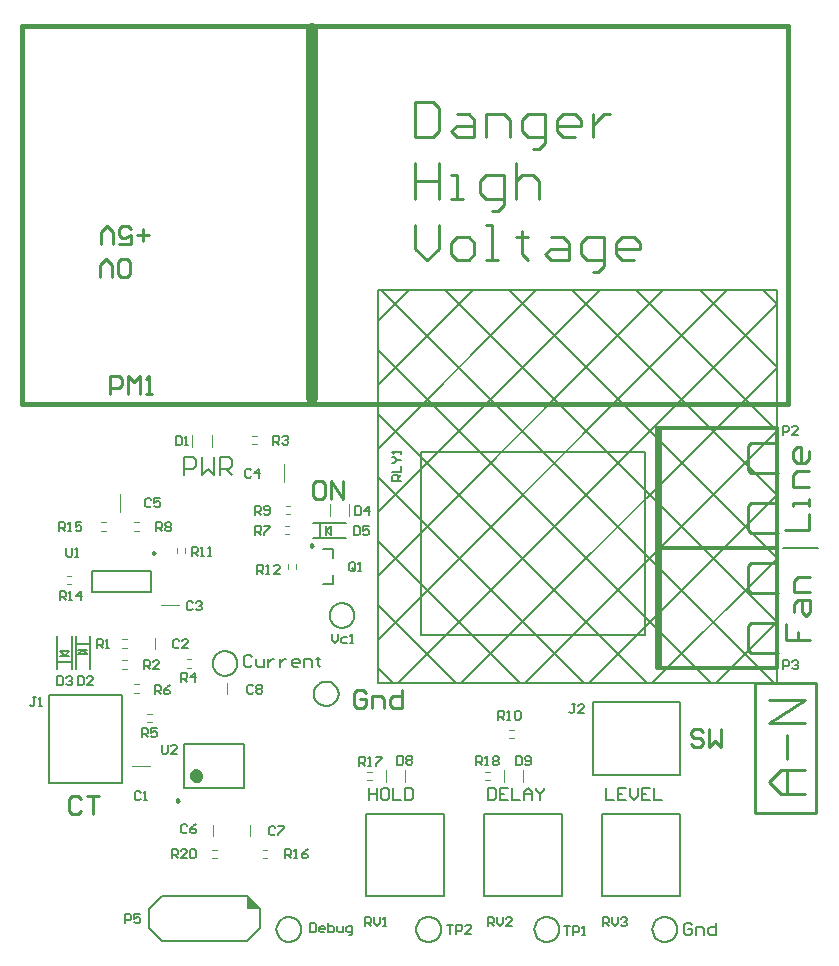
<source format=gto>
G04*
G04 #@! TF.GenerationSoftware,Altium Limited,Altium Designer,21.6.1 (37)*
G04*
G04 Layer_Color=65535*
%FSLAX25Y25*%
%MOIN*%
G70*
G04*
G04 #@! TF.SameCoordinates,2088F3C0-FEE1-402F-84BC-96CE3F90A9C5*
G04*
G04*
G04 #@! TF.FilePolarity,Positive*
G04*
G01*
G75*
%ADD10C,0.00984*%
%ADD11C,0.02362*%
%ADD12C,0.00800*%
%ADD13C,0.01000*%
%ADD14C,0.01500*%
%ADD15C,0.04000*%
%ADD16C,0.00787*%
%ADD17C,0.00394*%
%ADD18C,0.00500*%
%ADD19C,0.01200*%
%ADD20C,0.00600*%
G36*
X-48291Y-142700D02*
X-52492D01*
Y-138500D01*
X-48291Y-142700D01*
D02*
G37*
D10*
X-75146Y-106642D02*
X-75884Y-106216D01*
Y-107068D01*
X-75146Y-106642D01*
X-83170Y-24154D02*
X-83908Y-23728D01*
Y-24580D01*
X-83170Y-24154D01*
X-30520Y-21690D02*
X-31258Y-21264D01*
Y-22116D01*
X-30520Y-21690D01*
D11*
X-68551Y-98374D02*
X-68996Y-97451D01*
X-69995Y-97223D01*
X-70796Y-97861D01*
Y-98887D01*
X-69995Y-99525D01*
X-68996Y-99297D01*
X-68551Y-98374D01*
D12*
X12008Y-149606D02*
X11888Y-148617D01*
X11534Y-147685D01*
X10968Y-146865D01*
X10222Y-146204D01*
X9340Y-145741D01*
X8372Y-145503D01*
X7376D01*
X6408Y-145741D01*
X5526Y-146204D01*
X4780Y-146865D01*
X4214Y-147685D01*
X3860Y-148617D01*
X3740Y-149606D01*
X3860Y-150596D01*
X4214Y-151527D01*
X4780Y-152348D01*
X5526Y-153008D01*
X6408Y-153472D01*
X7376Y-153710D01*
X8372D01*
X9340Y-153472D01*
X10222Y-153008D01*
X10968Y-152348D01*
X11534Y-151527D01*
X11888Y-150596D01*
X12008Y-149606D01*
X51378D02*
X51258Y-148617D01*
X50904Y-147685D01*
X50338Y-146865D01*
X49592Y-146204D01*
X48710Y-145741D01*
X47742Y-145503D01*
X46746D01*
X45778Y-145741D01*
X44896Y-146204D01*
X44150Y-146865D01*
X43584Y-147685D01*
X43230Y-148617D01*
X43110Y-149606D01*
X43230Y-150596D01*
X43584Y-151527D01*
X44150Y-152348D01*
X44896Y-153008D01*
X45778Y-153472D01*
X46746Y-153710D01*
X47742D01*
X48710Y-153472D01*
X49592Y-153008D01*
X50338Y-152348D01*
X50904Y-151527D01*
X51258Y-150596D01*
X51378Y-149606D01*
X-55866Y-61000D02*
X-55986Y-60011D01*
X-56340Y-59079D01*
X-56906Y-58259D01*
X-57652Y-57598D01*
X-58534Y-57135D01*
X-59502Y-56896D01*
X-60498D01*
X-61466Y-57135D01*
X-62348Y-57598D01*
X-63094Y-58259D01*
X-63660Y-59079D01*
X-64014Y-60011D01*
X-64134Y-61000D01*
X-64014Y-61989D01*
X-63660Y-62921D01*
X-63094Y-63741D01*
X-62348Y-64402D01*
X-61466Y-64865D01*
X-60498Y-65104D01*
X-59502D01*
X-58534Y-64865D01*
X-57652Y-64402D01*
X-56906Y-63741D01*
X-56340Y-62921D01*
X-55986Y-61989D01*
X-55866Y-61000D01*
X-16866Y-45000D02*
X-16986Y-44011D01*
X-17340Y-43079D01*
X-17906Y-42259D01*
X-18652Y-41598D01*
X-19534Y-41135D01*
X-20502Y-40896D01*
X-21498D01*
X-22466Y-41135D01*
X-23348Y-41598D01*
X-24094Y-42259D01*
X-24660Y-43079D01*
X-25014Y-44011D01*
X-25134Y-45000D01*
X-25014Y-45989D01*
X-24660Y-46921D01*
X-24094Y-47741D01*
X-23348Y-48402D01*
X-22466Y-48865D01*
X-21498Y-49104D01*
X-20502D01*
X-19534Y-48865D01*
X-18652Y-48402D01*
X-17906Y-47741D01*
X-17340Y-46921D01*
X-16986Y-45989D01*
X-16866Y-45000D01*
X-34557Y-149606D02*
X-34677Y-148617D01*
X-35031Y-147685D01*
X-35597Y-146865D01*
X-36343Y-146204D01*
X-37225Y-145741D01*
X-38193Y-145503D01*
X-39189D01*
X-40157Y-145741D01*
X-41039Y-146204D01*
X-41785Y-146865D01*
X-42351Y-147685D01*
X-42705Y-148617D01*
X-42825Y-149606D01*
X-42705Y-150596D01*
X-42351Y-151527D01*
X-41785Y-152348D01*
X-41039Y-153008D01*
X-40157Y-153472D01*
X-39189Y-153710D01*
X-38193D01*
X-37225Y-153472D01*
X-36343Y-153008D01*
X-35597Y-152348D01*
X-35031Y-151527D01*
X-34677Y-150596D01*
X-34557Y-149606D01*
X-22130Y-71075D02*
X-22251Y-70086D01*
X-22604Y-69154D01*
X-23170Y-68334D01*
X-23916Y-67673D01*
X-24798Y-67210D01*
X-25766Y-66971D01*
X-26763D01*
X-27730Y-67210D01*
X-28613Y-67673D01*
X-29359Y-68334D01*
X-29925Y-69154D01*
X-30278Y-70086D01*
X-30398Y-71075D01*
X-30278Y-72064D01*
X-29925Y-72996D01*
X-29359Y-73816D01*
X-28613Y-74477D01*
X-27730Y-74940D01*
X-26763Y-75179D01*
X-25766D01*
X-24798Y-74940D01*
X-23916Y-74477D01*
X-23170Y-73816D01*
X-22604Y-72996D01*
X-22251Y-72064D01*
X-22130Y-71075D01*
X90748Y-149606D02*
X90628Y-148617D01*
X90275Y-147685D01*
X89708Y-146865D01*
X88963Y-146204D01*
X88080Y-145741D01*
X87112Y-145503D01*
X86116D01*
X85148Y-145741D01*
X84266Y-146204D01*
X83520Y-146865D01*
X82954Y-147685D01*
X82600Y-148617D01*
X82480Y-149606D01*
X82600Y-150596D01*
X82954Y-151527D01*
X83520Y-152348D01*
X84266Y-153008D01*
X85148Y-153472D01*
X86116Y-153710D01*
X87112D01*
X88080Y-153472D01*
X88963Y-153008D01*
X89708Y-152348D01*
X90275Y-151527D01*
X90628Y-150596D01*
X90748Y-149606D01*
X55834Y63500D02*
X124000Y-4666D01*
X34620Y63500D02*
X124000Y-25879D01*
X13407Y63500D02*
X124000Y-47093D01*
X-9052Y-67480D02*
X124000D01*
X119473Y63500D02*
X124000Y58973D01*
X-7806Y63500D02*
X123174Y-67480D01*
X98260Y63500D02*
X124000Y37760D01*
X77047Y63500D02*
X124000Y16547D01*
Y-67480D02*
Y63500D01*
X61271Y-67480D02*
X124000Y-4751D01*
X103697Y-67480D02*
X124000Y-47177D01*
X82484Y-67480D02*
X124000Y-25964D01*
X-2369Y-67480D02*
X124000Y58889D01*
X-7806Y63500D02*
X123174Y-67480D01*
X40058D02*
X124000Y16462D01*
X18844Y-67480D02*
X124000Y37675D01*
X-9052Y-52950D02*
X107398Y63500D01*
X-9052Y-31737D02*
X86185Y63500D01*
X-9052D02*
X124000D01*
X-9052Y-52950D02*
X107398Y63500D01*
X-9052Y31903D02*
X22545Y63500D01*
X-9052Y53116D02*
X1332Y63500D01*
X-9052Y-10524D02*
X64972Y63500D01*
X-9052Y10690D02*
X43759Y63500D01*
X-9052Y22320D02*
X80748Y-67480D01*
X-9052Y43533D02*
X101961Y-67480D01*
X-9052Y-20107D02*
X38322Y-67480D01*
X-9052Y1106D02*
X59535Y-67480D01*
X-9052Y-41320D02*
X17108Y-67480D01*
X-9052D02*
Y63500D01*
Y-62533D02*
X-4105Y-67480D01*
X125984Y-22480D02*
X137705D01*
X-73495Y1820D02*
Y7818D01*
X-70496D01*
X-69497Y6818D01*
Y4819D01*
X-70496Y3819D01*
X-73495D01*
X-67497Y7818D02*
Y1820D01*
X-65498Y3819D01*
X-63499Y1820D01*
Y7818D01*
X-61499Y1820D02*
Y7818D01*
X-58500D01*
X-57500Y6818D01*
Y4819D01*
X-58500Y3819D01*
X-61499D01*
X-59500D02*
X-57500Y1820D01*
X66929Y-102301D02*
Y-106299D01*
X69595D01*
X73594Y-102301D02*
X70928D01*
Y-106299D01*
X73594D01*
X70928Y-104300D02*
X72261D01*
X74927Y-102301D02*
Y-104966D01*
X76259Y-106299D01*
X77592Y-104966D01*
Y-102301D01*
X81591D02*
X78925D01*
Y-106299D01*
X81591D01*
X78925Y-104300D02*
X80258D01*
X82924Y-102301D02*
Y-106299D01*
X85590D01*
X27559Y-102301D02*
Y-106299D01*
X29558D01*
X30225Y-105633D01*
Y-102967D01*
X29558Y-102301D01*
X27559D01*
X34224D02*
X31558D01*
Y-106299D01*
X34224D01*
X31558Y-104300D02*
X32891D01*
X35557Y-102301D02*
Y-106299D01*
X38222D01*
X39555D02*
Y-103633D01*
X40888Y-102301D01*
X42221Y-103633D01*
Y-106299D01*
Y-104300D01*
X39555D01*
X43554Y-102301D02*
Y-102967D01*
X44887Y-104300D01*
X46220Y-102967D01*
Y-102301D01*
X44887Y-104300D02*
Y-106299D01*
X-11811Y-102301D02*
Y-106299D01*
Y-104300D01*
X-9145D01*
Y-102301D01*
Y-106299D01*
X-5813Y-102301D02*
X-7146D01*
X-7812Y-102967D01*
Y-105633D01*
X-7146Y-106299D01*
X-5813D01*
X-5147Y-105633D01*
Y-102967D01*
X-5813Y-102301D01*
X-3814D02*
Y-106299D01*
X-1148D01*
X185Y-102301D02*
Y-106299D01*
X2184D01*
X2851Y-105633D01*
Y-102967D01*
X2184Y-102301D01*
X185D01*
X-51107Y-58880D02*
X-51773Y-58214D01*
X-53106D01*
X-53772Y-58880D01*
Y-61546D01*
X-53106Y-62213D01*
X-51773D01*
X-51107Y-61546D01*
X-49774Y-59547D02*
Y-61546D01*
X-49107Y-62213D01*
X-47108D01*
Y-59547D01*
X-45775D02*
Y-62213D01*
Y-60880D01*
X-45108Y-60213D01*
X-44442Y-59547D01*
X-43775D01*
X-41776D02*
Y-62213D01*
Y-60880D01*
X-41110Y-60213D01*
X-40443Y-59547D01*
X-39777D01*
X-35778Y-62213D02*
X-37111D01*
X-37778Y-61546D01*
Y-60213D01*
X-37111Y-59547D01*
X-35778D01*
X-35112Y-60213D01*
Y-60880D01*
X-37778D01*
X-33779Y-62213D02*
Y-59547D01*
X-31779D01*
X-31113Y-60213D01*
Y-62213D01*
X-29114Y-58880D02*
Y-59547D01*
X-29780D01*
X-28447D01*
X-29114D01*
Y-61546D01*
X-28447Y-62213D01*
X95759Y-148273D02*
X95093Y-147607D01*
X93760D01*
X93094Y-148273D01*
Y-150939D01*
X93760Y-151606D01*
X95093D01*
X95759Y-150939D01*
Y-149606D01*
X94427D01*
X97092Y-151606D02*
Y-148940D01*
X99092D01*
X99758Y-149606D01*
Y-151606D01*
X103757Y-147607D02*
Y-151606D01*
X101758D01*
X101091Y-150939D01*
Y-149606D01*
X101758Y-148940D01*
X103757D01*
D13*
X116531Y-110946D02*
X137031D01*
X116531Y-67480D02*
X137031D01*
Y-110946D02*
Y-67480D01*
X116531Y-110946D02*
Y-67480D01*
X115205Y-27480D02*
X124102D01*
X114205Y-28480D02*
X115205Y-27480D01*
X114205Y-36480D02*
Y-28480D01*
Y-36480D02*
X115205Y-37480D01*
X124205D01*
X115205Y-57480D02*
X124205D01*
X114205Y-56480D02*
X115205Y-57480D01*
X114205Y-56480D02*
Y-48480D01*
X115205Y-47480D01*
X124102D01*
X115205Y12520D02*
X124102D01*
X114205Y11520D02*
X115205Y12520D01*
X114205Y3520D02*
Y11520D01*
Y3520D02*
X115205Y2520D01*
X124205D01*
X115205Y-17480D02*
X124205D01*
X114205Y-16480D02*
X115205Y-17480D01*
X114205Y-16480D02*
Y-8480D01*
X115205Y-7480D01*
X124102D01*
X133205Y-104480D02*
X125333D01*
X121397Y-100545D01*
X125333Y-96609D01*
X133205D01*
X127301D01*
Y-104480D01*
Y-92673D02*
Y-84802D01*
X133205Y-80866D02*
X121397D01*
X133205Y-72994D01*
X121397D01*
X3500Y126252D02*
Y114444D01*
X9404D01*
X11372Y116412D01*
Y124284D01*
X9404Y126252D01*
X3500D01*
X17275Y122316D02*
X21211D01*
X23179Y120348D01*
Y114444D01*
X17275D01*
X15307Y116412D01*
X17275Y118380D01*
X23179D01*
X27114Y114444D02*
Y122316D01*
X33018D01*
X34986Y120348D01*
Y114444D01*
X42857Y110509D02*
X44825D01*
X46793Y112477D01*
Y122316D01*
X40889D01*
X38922Y120348D01*
Y116412D01*
X40889Y114444D01*
X46793D01*
X56632D02*
X52697D01*
X50729Y116412D01*
Y120348D01*
X52697Y122316D01*
X56632D01*
X58600Y120348D01*
Y118380D01*
X50729D01*
X62536Y122316D02*
Y114444D01*
Y118380D01*
X64504Y120348D01*
X66472Y122316D01*
X68440D01*
X3500Y105747D02*
Y93940D01*
Y99844D01*
X11372D01*
Y105747D01*
Y93940D01*
X15307D02*
X19243D01*
X17275D01*
Y101812D01*
X15307D01*
X29082Y90004D02*
X31050D01*
X33018Y91972D01*
Y101812D01*
X27114D01*
X25146Y99844D01*
Y95908D01*
X27114Y93940D01*
X33018D01*
X36954Y105747D02*
Y93940D01*
Y99844D01*
X38922Y101812D01*
X42857D01*
X44825Y99844D01*
Y93940D01*
X3500Y85243D02*
Y77372D01*
X7436Y73436D01*
X11372Y77372D01*
Y85243D01*
X17275Y73436D02*
X21211D01*
X23179Y75404D01*
Y79339D01*
X21211Y81307D01*
X17275D01*
X15307Y79339D01*
Y75404D01*
X17275Y73436D01*
X27114D02*
X31050D01*
X29082D01*
Y85243D01*
X27114D01*
X38922Y83275D02*
Y81307D01*
X36954D01*
X40889D01*
X38922D01*
Y75404D01*
X40889Y73436D01*
X48761Y81307D02*
X52697D01*
X54664Y79339D01*
Y73436D01*
X48761D01*
X46793Y75404D01*
X48761Y77372D01*
X54664D01*
X62536Y69500D02*
X64504D01*
X66472Y71468D01*
Y81307D01*
X60568D01*
X58600Y79339D01*
Y75404D01*
X60568Y73436D01*
X66472D01*
X76311D02*
X72375D01*
X70407Y75404D01*
Y79339D01*
X72375Y81307D01*
X76311D01*
X78279Y79339D01*
Y77372D01*
X70407D01*
X127129Y-47752D02*
Y-53000D01*
X131064D01*
Y-50376D01*
Y-53000D01*
X135000D01*
X129752Y-43817D02*
Y-41193D01*
X131064Y-39881D01*
X135000D01*
Y-43817D01*
X133688Y-45129D01*
X132376Y-43817D01*
Y-39881D01*
X135000Y-37257D02*
X129752D01*
Y-33321D01*
X131064Y-32009D01*
X135000D01*
X126833Y-16480D02*
X134705D01*
Y-11233D01*
Y-8609D02*
Y-5985D01*
Y-7297D01*
X129457D01*
Y-8609D01*
X134705Y-2049D02*
X129457D01*
Y1887D01*
X130769Y3198D01*
X134705D01*
Y9758D02*
Y7134D01*
X133393Y5822D01*
X130769D01*
X129457Y7134D01*
Y9758D01*
X130769Y11070D01*
X132081D01*
Y5822D01*
X-85252Y81828D02*
X-89251D01*
X-87251Y79828D02*
Y83827D01*
X-95249Y78829D02*
X-91250D01*
Y81828D01*
X-93249Y80828D01*
X-94249D01*
X-95249Y81828D01*
Y83827D01*
X-94249Y84827D01*
X-92250D01*
X-91250Y83827D01*
X-97248Y78829D02*
Y82827D01*
X-99247Y84827D01*
X-101247Y82827D01*
Y78829D01*
X-91551Y68805D02*
X-92551Y67805D01*
X-94550D01*
X-95550Y68805D01*
Y72803D01*
X-94550Y73803D01*
X-92551D01*
X-91551Y72803D01*
Y68805D01*
X-97549Y67805D02*
Y71804D01*
X-99549Y73803D01*
X-101548Y71804D01*
Y67805D01*
X99424Y-83844D02*
X98424Y-82845D01*
X96425D01*
X95425Y-83844D01*
Y-84844D01*
X96425Y-85843D01*
X98424D01*
X99424Y-86843D01*
Y-87843D01*
X98424Y-88842D01*
X96425D01*
X95425Y-87843D01*
X101423Y-82845D02*
Y-88842D01*
X103423Y-86843D01*
X105422Y-88842D01*
Y-82845D01*
X-27551Y18D02*
X-29550D01*
X-30550Y-982D01*
Y-4981D01*
X-29550Y-5980D01*
X-27551D01*
X-26551Y-4981D01*
Y-982D01*
X-27551Y18D01*
X-24552Y-5980D02*
Y18D01*
X-20553Y-5980D01*
Y18D01*
X-107880Y-105986D02*
X-108880Y-104986D01*
X-110879D01*
X-111879Y-105986D01*
Y-109985D01*
X-110879Y-110984D01*
X-108880D01*
X-107880Y-109985D01*
X-105880Y-104986D02*
X-101882D01*
X-103881D01*
Y-110984D01*
X-98164Y29001D02*
Y34999D01*
X-95165D01*
X-94165Y33999D01*
Y32000D01*
X-95165Y31000D01*
X-98164D01*
X-92166Y29001D02*
Y34999D01*
X-90166Y33000D01*
X-88167Y34999D01*
Y29001D01*
X-86168D02*
X-84168D01*
X-85168D01*
Y34999D01*
X-86168Y33999D01*
X-12857Y-70622D02*
X-13857Y-69623D01*
X-15856D01*
X-16856Y-70622D01*
Y-74621D01*
X-15856Y-75621D01*
X-13857D01*
X-12857Y-74621D01*
Y-72622D01*
X-14856D01*
X-10858Y-75621D02*
Y-71622D01*
X-7859D01*
X-6859Y-72622D01*
Y-75621D01*
X-861Y-69623D02*
Y-75621D01*
X-3860D01*
X-4860Y-74621D01*
Y-72622D01*
X-3860Y-71622D01*
X-861D01*
D14*
X-127559Y151575D02*
X127559D01*
X-127559Y25591D02*
Y151575D01*
Y25591D02*
X127559D01*
Y151575D01*
D15*
X-31000Y150583D02*
X-31000Y27583D01*
D16*
X62532Y-73673D02*
X91764D01*
Y-98083D02*
Y-73673D01*
X62532Y-98083D02*
X91764D01*
X62532D02*
Y-73673D01*
X-94173Y-100764D02*
Y-71531D01*
X-118583Y-100764D02*
X-94173D01*
X-118583D02*
Y-71531D01*
X-94173D01*
X5374Y-51488D02*
Y9535D01*
X80177D01*
Y-51488D02*
Y9535D01*
X5374Y-51488D02*
X80177D01*
X-73669Y-102311D02*
X-53591D01*
X-73669Y-87744D02*
X-53591D01*
X-73669Y-102311D02*
Y-87744D01*
X-53591Y-102311D02*
Y-87744D01*
X-104351Y-37146D02*
Y-30060D01*
X-84666Y-37146D02*
Y-30060D01*
X-104351Y-37146D02*
X-84666D01*
X-104351Y-30060D02*
X-84666D01*
X-111032Y-62838D02*
Y-51814D01*
X-115880Y-62809D02*
Y-51785D01*
Y-60326D02*
X-111032D01*
X-109725Y-62817D02*
Y-51794D01*
X-104877Y-62846D02*
Y-51822D01*
X-109725Y-54305D02*
X-104877D01*
X-28235Y-19040D02*
Y-14192D01*
X-30718D02*
X-19694D01*
X-30746Y-19040D02*
X-19723D01*
X-23827Y-34596D02*
Y-31446D01*
X-27371Y-34596D02*
X-23827D01*
Y-25934D02*
Y-22784D01*
X-27371D02*
X-23827D01*
D17*
X34713Y-85878D02*
X36287D01*
X34713Y-83122D02*
X36287D01*
X-39760Y-11259D02*
X-38185D01*
X-39760Y-8503D02*
X-38185D01*
X-24972Y-11849D02*
Y-7912D01*
X-18575Y-11849D02*
Y-7912D01*
X-40224Y-433D02*
Y5472D01*
X-59293Y-71216D02*
Y-67416D01*
X-64311Y-123043D02*
X-62736D01*
X-64311Y-125799D02*
X-62736D01*
X-64019Y-118530D02*
Y-114730D01*
X-47398Y-123043D02*
X-45824D01*
X-47398Y-125799D02*
X-45824D01*
X-51795Y-118530D02*
Y-114730D01*
X-112787Y-31622D02*
X-111213D01*
X-112787Y-34378D02*
X-111213D01*
X-94166Y-59938D02*
X-92591D01*
X-94166Y-62694D02*
X-92591D01*
X-94166Y-52938D02*
X-92591D01*
X-94166Y-55694D02*
X-92591D01*
X-101166Y-13938D02*
X-99591D01*
X-101166Y-16694D02*
X-99591D01*
X-90166Y-13938D02*
X-88591D01*
X-90166Y-16694D02*
X-88591D01*
X-94906Y-10390D02*
Y-4485D01*
X-83379Y-56216D02*
Y-52416D01*
X-81331Y-41316D02*
X-75426D01*
X-73272Y-24103D02*
Y-22528D01*
X-76028Y-24103D02*
Y-22528D01*
X-12598Y-97102D02*
X-11024D01*
X-12598Y-99858D02*
X-11024D01*
X-6398Y-100394D02*
Y-96457D01*
X0Y-100394D02*
Y-96457D01*
X26772Y-97047D02*
X28346D01*
X26772Y-99803D02*
X28346D01*
X32972Y-100394D02*
Y-96457D01*
X39370Y-100394D02*
Y-96457D01*
X-85902Y-80390D02*
X-84328D01*
X-85902Y-77634D02*
X-84328D01*
X-72783Y-62358D02*
X-71208D01*
X-72783Y-59602D02*
X-71208D01*
X-90953Y-95000D02*
X-85047D01*
X-36205Y-29477D02*
Y-27903D01*
X-38961Y-29477D02*
Y-27903D01*
X-40083Y-17858D02*
X-38508D01*
X-40083Y-15102D02*
X-38508D01*
X-90257Y-70694D02*
X-88683D01*
X-90257Y-67938D02*
X-88683D01*
X-50912Y14924D02*
X-49337D01*
X-50912Y12168D02*
X-49337D01*
X-64414Y11283D02*
Y15220D01*
X-70812Y11283D02*
Y15220D01*
D18*
X91740Y-138583D02*
Y-110984D01*
X65740Y-138583D02*
X91740D01*
X65740D02*
Y-110984D01*
X91740D01*
X-13000D02*
X13000D01*
X-13000Y-138583D02*
Y-110984D01*
Y-138583D02*
X13000D01*
Y-110984D01*
X52370Y-138583D02*
Y-110984D01*
X26370Y-138583D02*
X52370D01*
X26370D02*
Y-110984D01*
X52370D01*
X-114879Y-56816D02*
X-111879D01*
X-113379Y-58316D02*
X-111879Y-56816D01*
X-114879D02*
X-113379Y-58316D01*
X-114879D02*
X-111879D01*
X-108879Y-57816D02*
X-105879D01*
X-108879D02*
X-107379Y-56316D01*
X-105879Y-57816D01*
X-108879Y-56316D02*
X-105879D01*
X-52491Y-138500D02*
X-48291Y-142700D01*
X-81098Y-153461D02*
X-52491D01*
X-48291Y-149261D02*
Y-142700D01*
X-52491Y-153461D02*
X-48291Y-149261D01*
X-85299D02*
X-81099Y-153461D01*
X-85299Y-142700D02*
X-81099Y-138500D01*
X-85299Y-149261D02*
Y-142700D01*
X-81099Y-138500D02*
X-52492D01*
X-26224Y-18193D02*
Y-15193D01*
Y-16693D02*
X-24724Y-15193D01*
X-26224Y-16693D02*
X-24724Y-18193D01*
Y-15193D01*
X56705Y-74501D02*
X55705D01*
X56205D01*
Y-77000D01*
X55705Y-77500D01*
X55205D01*
X54706Y-77000D01*
X59704Y-77500D02*
X57705D01*
X59704Y-75500D01*
Y-75000D01*
X59204Y-74501D01*
X58204D01*
X57705Y-75000D01*
X31105Y-79680D02*
Y-76681D01*
X32604D01*
X33104Y-77181D01*
Y-78181D01*
X32604Y-78681D01*
X31105D01*
X32104D02*
X33104Y-79680D01*
X34104D02*
X35103D01*
X34604D01*
Y-76681D01*
X34104Y-77181D01*
X36603D02*
X37103Y-76681D01*
X38102D01*
X38602Y-77181D01*
Y-79181D01*
X38102Y-79680D01*
X37103D01*
X36603Y-79181D01*
Y-77181D01*
X27615Y-148500D02*
Y-145501D01*
X29115D01*
X29615Y-146000D01*
Y-147000D01*
X29115Y-147500D01*
X27615D01*
X28615D02*
X29615Y-148500D01*
X30615Y-145501D02*
Y-147500D01*
X31614Y-148500D01*
X32614Y-147500D01*
Y-145501D01*
X35613Y-148500D02*
X33613D01*
X35613Y-146500D01*
Y-146000D01*
X35113Y-145501D01*
X34113D01*
X33613Y-146000D01*
X-13184Y-148500D02*
Y-145501D01*
X-11684D01*
X-11185Y-146000D01*
Y-147000D01*
X-11684Y-147500D01*
X-13184D01*
X-12184D02*
X-11185Y-148500D01*
X-10185Y-145501D02*
Y-147500D01*
X-9185Y-148500D01*
X-8185Y-147500D01*
Y-145501D01*
X-7186Y-148500D02*
X-6186D01*
X-6686D01*
Y-145501D01*
X-7186Y-146000D01*
X66001Y-148500D02*
Y-145501D01*
X67501D01*
X68001Y-146000D01*
Y-147000D01*
X67501Y-147500D01*
X66001D01*
X67001D02*
X68001Y-148500D01*
X69000Y-145501D02*
Y-147500D01*
X70000Y-148500D01*
X71000Y-147500D01*
Y-145501D01*
X71999Y-146000D02*
X72499Y-145501D01*
X73499D01*
X73999Y-146000D01*
Y-146500D01*
X73499Y-147000D01*
X72999D01*
X73499D01*
X73999Y-147500D01*
Y-148000D01*
X73499Y-148500D01*
X72499D01*
X71999Y-148000D01*
X-50052Y-11380D02*
Y-8381D01*
X-48553D01*
X-48053Y-8881D01*
Y-9881D01*
X-48553Y-10380D01*
X-50052D01*
X-49053D02*
X-48053Y-11380D01*
X-47054Y-10880D02*
X-46554Y-11380D01*
X-45554D01*
X-45054Y-10880D01*
Y-8881D01*
X-45554Y-8381D01*
X-46554D01*
X-47054Y-8881D01*
Y-9381D01*
X-46554Y-9881D01*
X-45054D01*
X-16582Y-8546D02*
Y-11545D01*
X-15082D01*
X-14582Y-11045D01*
Y-9046D01*
X-15082Y-8546D01*
X-16582D01*
X-12083Y-11545D02*
Y-8546D01*
X-13583Y-10045D01*
X-11583D01*
X-50539Y-68545D02*
X-51039Y-68045D01*
X-52039D01*
X-52539Y-68545D01*
Y-70544D01*
X-52039Y-71044D01*
X-51039D01*
X-50539Y-70544D01*
X-49540Y-68545D02*
X-49040Y-68045D01*
X-48040D01*
X-47540Y-68545D01*
Y-69045D01*
X-48040Y-69545D01*
X-47540Y-70044D01*
Y-70544D01*
X-48040Y-71044D01*
X-49040D01*
X-49540Y-70544D01*
Y-70044D01*
X-49040Y-69545D01*
X-49540Y-69045D01*
Y-68545D01*
X-49040Y-69545D02*
X-48040D01*
X14152Y-148107D02*
X16151D01*
X15152D01*
Y-151106D01*
X17151D02*
Y-148107D01*
X18651D01*
X19150Y-148607D01*
Y-149606D01*
X18651Y-150106D01*
X17151D01*
X22149Y-151106D02*
X20150D01*
X22149Y-149106D01*
Y-148607D01*
X21650Y-148107D01*
X20650D01*
X20150Y-148607D01*
X53170Y-148535D02*
X55169D01*
X54169D01*
Y-151534D01*
X56169D02*
Y-148535D01*
X57668D01*
X58168Y-149035D01*
Y-150035D01*
X57668Y-150535D01*
X56169D01*
X59168Y-151534D02*
X60167D01*
X59668D01*
Y-148535D01*
X59168Y-149035D01*
X-77668Y-125877D02*
Y-122878D01*
X-76169D01*
X-75669Y-123378D01*
Y-124378D01*
X-76169Y-124878D01*
X-77668D01*
X-76668D02*
X-75669Y-125877D01*
X-72670D02*
X-74669D01*
X-72670Y-123878D01*
Y-123378D01*
X-73169Y-122878D01*
X-74169D01*
X-74669Y-123378D01*
X-71670D02*
X-71170Y-122878D01*
X-70170D01*
X-69671Y-123378D01*
Y-125377D01*
X-70170Y-125877D01*
X-71170D01*
X-71670Y-125377D01*
Y-123378D01*
X-109019Y-65239D02*
Y-68238D01*
X-107520D01*
X-107020Y-67738D01*
Y-65738D01*
X-107520Y-65239D01*
X-109019D01*
X-104021Y-68238D02*
X-106020D01*
X-104021Y-66238D01*
Y-65738D01*
X-104521Y-65239D01*
X-105521D01*
X-106020Y-65738D01*
X-87798Y-85500D02*
Y-82500D01*
X-86299D01*
X-85799Y-83000D01*
Y-84000D01*
X-86299Y-84500D01*
X-87798D01*
X-86799D02*
X-85799Y-85500D01*
X-82800Y-82500D02*
X-84799D01*
Y-84000D01*
X-83800Y-83500D01*
X-83300D01*
X-82800Y-84000D01*
Y-85000D01*
X-83300Y-85500D01*
X-84299D01*
X-84799Y-85000D01*
X-86878Y-62815D02*
Y-59816D01*
X-85378D01*
X-84878Y-60316D01*
Y-61316D01*
X-85378Y-61816D01*
X-86878D01*
X-85878D02*
X-84878Y-62815D01*
X-81879D02*
X-83879D01*
X-81879Y-60816D01*
Y-60316D01*
X-82379Y-59816D01*
X-83379D01*
X-83879Y-60316D01*
X-74561Y-67014D02*
Y-64015D01*
X-73062D01*
X-72562Y-64515D01*
Y-65514D01*
X-73062Y-66014D01*
X-74561D01*
X-73562D02*
X-72562Y-67014D01*
X-70063D02*
Y-64015D01*
X-71562Y-65514D01*
X-69563D01*
X-123000Y-72259D02*
X-124000D01*
X-123500D01*
Y-74758D01*
X-124000Y-75258D01*
X-124499D01*
X-124999Y-74758D01*
X-122000Y-75258D02*
X-121001D01*
X-121501D01*
Y-72259D01*
X-122000Y-72759D01*
X-115893Y-65239D02*
Y-68238D01*
X-114394D01*
X-113894Y-67738D01*
Y-65738D01*
X-114394Y-65239D01*
X-115893D01*
X-112894Y-65738D02*
X-112394Y-65239D01*
X-111395D01*
X-110895Y-65738D01*
Y-66238D01*
X-111395Y-66738D01*
X-111894D01*
X-111395D01*
X-110895Y-67238D01*
Y-67738D01*
X-111395Y-68238D01*
X-112394D01*
X-112894Y-67738D01*
X-81023Y-88044D02*
Y-90543D01*
X-80523Y-91043D01*
X-79523D01*
X-79023Y-90543D01*
Y-88044D01*
X-76024Y-91043D02*
X-78024D01*
X-76024Y-89043D01*
Y-88544D01*
X-76524Y-88044D01*
X-77524D01*
X-78024Y-88544D01*
X-102638Y-55815D02*
Y-52816D01*
X-101138D01*
X-100638Y-53316D01*
Y-54316D01*
X-101138Y-54816D01*
X-102638D01*
X-101638D02*
X-100638Y-55815D01*
X-99639D02*
X-98639D01*
X-99139D01*
Y-52816D01*
X-99639Y-53316D01*
X-84560Y-6438D02*
X-85059Y-5938D01*
X-86059D01*
X-86559Y-6438D01*
Y-8437D01*
X-86059Y-8937D01*
X-85059D01*
X-84560Y-8437D01*
X-81560Y-5938D02*
X-83560D01*
Y-7438D01*
X-82560Y-6938D01*
X-82060D01*
X-81560Y-7438D01*
Y-8437D01*
X-82060Y-8937D01*
X-83060D01*
X-83560Y-8437D01*
X-112925Y-22315D02*
Y-24814D01*
X-112425Y-25314D01*
X-111425D01*
X-110925Y-24814D01*
Y-22315D01*
X-109925Y-25314D02*
X-108926D01*
X-109426D01*
Y-22315D01*
X-109925Y-22815D01*
X-71044Y-24980D02*
Y-21981D01*
X-69545D01*
X-69045Y-22481D01*
Y-23480D01*
X-69545Y-23980D01*
X-71044D01*
X-70045D02*
X-69045Y-24980D01*
X-68045D02*
X-67045D01*
X-67545D01*
Y-21981D01*
X-68045Y-22481D01*
X-65546Y-24980D02*
X-64546D01*
X-65046D01*
Y-21981D01*
X-65546Y-22481D01*
X-115304Y-16815D02*
Y-13816D01*
X-113804D01*
X-113304Y-14316D01*
Y-15316D01*
X-113804Y-15815D01*
X-115304D01*
X-114304D02*
X-113304Y-16815D01*
X-112304D02*
X-111305D01*
X-111805D01*
Y-13816D01*
X-112304Y-14316D01*
X-107806Y-13816D02*
X-109805D01*
Y-15316D01*
X-108806Y-14816D01*
X-108306D01*
X-107806Y-15316D01*
Y-16315D01*
X-108306Y-16815D01*
X-109305D01*
X-109805Y-16315D01*
X-115103Y-39818D02*
Y-36819D01*
X-113604D01*
X-113104Y-37319D01*
Y-38319D01*
X-113604Y-38818D01*
X-115103D01*
X-114104D02*
X-113104Y-39818D01*
X-112104D02*
X-111105D01*
X-111604D01*
Y-36819D01*
X-112104Y-37319D01*
X-108106Y-39818D02*
Y-36819D01*
X-109605Y-38319D01*
X-107606D01*
X-82878Y-16815D02*
Y-13816D01*
X-81378D01*
X-80878Y-14316D01*
Y-15316D01*
X-81378Y-15815D01*
X-82878D01*
X-81878D02*
X-80878Y-16815D01*
X-79879Y-14316D02*
X-79379Y-13816D01*
X-78379D01*
X-77879Y-14316D01*
Y-14816D01*
X-78379Y-15316D01*
X-77879Y-15815D01*
Y-16315D01*
X-78379Y-16815D01*
X-79379D01*
X-79879Y-16315D01*
Y-15815D01*
X-79379Y-15316D01*
X-79879Y-14816D01*
Y-14316D01*
X-79379Y-15316D02*
X-78379D01*
X-70795Y-40694D02*
X-71295Y-40194D01*
X-72295D01*
X-72795Y-40694D01*
Y-42693D01*
X-72295Y-43193D01*
X-71295D01*
X-70795Y-42693D01*
X-69796Y-40694D02*
X-69296Y-40194D01*
X-68296D01*
X-67796Y-40694D01*
Y-41194D01*
X-68296Y-41693D01*
X-68796D01*
X-68296D01*
X-67796Y-42193D01*
Y-42693D01*
X-68296Y-43193D01*
X-69296D01*
X-69796Y-42693D01*
X-75168Y-53316D02*
X-75668Y-52816D01*
X-76668D01*
X-77168Y-53316D01*
Y-55315D01*
X-76668Y-55815D01*
X-75668D01*
X-75168Y-55315D01*
X-72169Y-55815D02*
X-74169D01*
X-72169Y-53816D01*
Y-53316D01*
X-72669Y-52816D01*
X-73669D01*
X-74169Y-53316D01*
X-24172Y-51123D02*
Y-53122D01*
X-23173Y-54122D01*
X-22173Y-53122D01*
Y-51123D01*
X-19174Y-52122D02*
X-20673D01*
X-21173Y-52622D01*
Y-53622D01*
X-20673Y-54122D01*
X-19174D01*
X-18174D02*
X-17174D01*
X-17674D01*
Y-51123D01*
X-18174Y-51623D01*
X-31514Y-147607D02*
Y-150606D01*
X-30014D01*
X-29514Y-150106D01*
Y-148107D01*
X-30014Y-147607D01*
X-31514D01*
X-27015Y-150606D02*
X-28015D01*
X-28514Y-150106D01*
Y-149106D01*
X-28015Y-148607D01*
X-27015D01*
X-26515Y-149106D01*
Y-149606D01*
X-28514D01*
X-25515Y-147607D02*
Y-150606D01*
X-24016D01*
X-23516Y-150106D01*
Y-149606D01*
Y-149106D01*
X-24016Y-148607D01*
X-25515D01*
X-22516D02*
Y-150106D01*
X-22016Y-150606D01*
X-20517D01*
Y-148607D01*
X-18518Y-151606D02*
X-18018D01*
X-17518Y-151106D01*
Y-148607D01*
X-19017D01*
X-19517Y-149106D01*
Y-150106D01*
X-19017Y-150606D01*
X-17518D01*
X-49167Y-31028D02*
Y-28029D01*
X-47667D01*
X-47167Y-28529D01*
Y-29529D01*
X-47667Y-30028D01*
X-49167D01*
X-48167D02*
X-47167Y-31028D01*
X-46168D02*
X-45168D01*
X-45668D01*
Y-28029D01*
X-46168Y-28529D01*
X-41669Y-31028D02*
X-43668D01*
X-41669Y-29029D01*
Y-28529D01*
X-42169Y-28029D01*
X-43169D01*
X-43668Y-28529D01*
X-49865Y-18047D02*
Y-15048D01*
X-48366D01*
X-47866Y-15548D01*
Y-16547D01*
X-48366Y-17047D01*
X-49865D01*
X-48866D02*
X-47866Y-18047D01*
X-46866Y-15048D02*
X-44867D01*
Y-15548D01*
X-46866Y-17547D01*
Y-18047D01*
X-93295Y-147480D02*
Y-144481D01*
X-91795D01*
X-91295Y-144981D01*
Y-145980D01*
X-91795Y-146480D01*
X-93295D01*
X-88296Y-144481D02*
X-90295D01*
Y-145980D01*
X-89296Y-145481D01*
X-88796D01*
X-88296Y-145980D01*
Y-146980D01*
X-88796Y-147480D01*
X-89796D01*
X-90295Y-146980D01*
X-88000Y-104000D02*
X-88500Y-103500D01*
X-89499D01*
X-89999Y-104000D01*
Y-106000D01*
X-89499Y-106500D01*
X-88500D01*
X-88000Y-106000D01*
X-87000Y-106500D02*
X-86001D01*
X-86501D01*
Y-103500D01*
X-87000Y-104000D01*
X-72562Y-114985D02*
X-73062Y-114485D01*
X-74062D01*
X-74561Y-114985D01*
Y-116984D01*
X-74062Y-117484D01*
X-73062D01*
X-72562Y-116984D01*
X-69563Y-114485D02*
X-70563Y-114985D01*
X-71562Y-115984D01*
Y-116984D01*
X-71062Y-117484D01*
X-70063D01*
X-69563Y-116984D01*
Y-116484D01*
X-70063Y-115984D01*
X-71562D01*
X-51295Y3519D02*
X-51795Y4019D01*
X-52795D01*
X-53294Y3519D01*
Y1520D01*
X-52795Y1020D01*
X-51795D01*
X-51295Y1520D01*
X-48796Y1020D02*
Y4019D01*
X-50295Y2520D01*
X-48296D01*
X-43295Y-115630D02*
X-43795Y-115130D01*
X-44795D01*
X-45294Y-115630D01*
Y-117630D01*
X-44795Y-118130D01*
X-43795D01*
X-43295Y-117630D01*
X-42295Y-115130D02*
X-40296D01*
Y-115630D01*
X-42295Y-117630D01*
Y-118130D01*
X-1296Y21D02*
X-4295D01*
Y1521D01*
X-3795Y2021D01*
X-2795D01*
X-2295Y1521D01*
Y21D01*
Y1021D02*
X-1296Y2021D01*
X-4295Y3020D02*
X-1296D01*
Y5020D01*
X-4295Y6019D02*
X-3795D01*
X-2795Y7019D01*
X-3795Y8019D01*
X-4295D01*
X-2795Y7019D02*
X-1296D01*
Y9018D02*
Y10018D01*
Y9518D01*
X-4295D01*
X-3795Y9018D01*
X126105Y-62880D02*
Y-59881D01*
X127605D01*
X128105Y-60381D01*
Y-61380D01*
X127605Y-61880D01*
X126105D01*
X129105Y-60381D02*
X129604Y-59881D01*
X130604D01*
X131104Y-60381D01*
Y-60881D01*
X130604Y-61380D01*
X130104D01*
X130604D01*
X131104Y-61880D01*
Y-62380D01*
X130604Y-62880D01*
X129604D01*
X129105Y-62380D01*
X-17124Y-15194D02*
Y-18193D01*
X-15624D01*
X-15124Y-17693D01*
Y-15694D01*
X-15624Y-15194D01*
X-17124D01*
X-12125D02*
X-14125D01*
Y-16693D01*
X-13125Y-16194D01*
X-12625D01*
X-12125Y-16693D01*
Y-17693D01*
X-12625Y-18193D01*
X-13625D01*
X-14125Y-17693D01*
X-15160Y-94980D02*
Y-91981D01*
X-13660D01*
X-13160Y-92481D01*
Y-93480D01*
X-13660Y-93980D01*
X-15160D01*
X-14160D02*
X-13160Y-94980D01*
X-12161D02*
X-11161D01*
X-11661D01*
Y-91981D01*
X-12161Y-92481D01*
X-9662Y-91981D02*
X-7662D01*
Y-92481D01*
X-9662Y-94480D01*
Y-94980D01*
X23810Y-94925D02*
Y-91926D01*
X25310D01*
X25810Y-92426D01*
Y-93425D01*
X25310Y-93925D01*
X23810D01*
X24810D02*
X25810Y-94925D01*
X26809D02*
X27809D01*
X27309D01*
Y-91926D01*
X26809Y-92426D01*
X29309D02*
X29808Y-91926D01*
X30808D01*
X31308Y-92426D01*
Y-92925D01*
X30808Y-93425D01*
X31308Y-93925D01*
Y-94425D01*
X30808Y-94925D01*
X29808D01*
X29309Y-94425D01*
Y-93925D01*
X29808Y-93425D01*
X29309Y-92925D01*
Y-92426D01*
X29808Y-93425D02*
X30808D01*
X-2499Y-91751D02*
Y-94750D01*
X-1000D01*
X-500Y-94250D01*
Y-92251D01*
X-1000Y-91751D01*
X-2499D01*
X500Y-92251D02*
X1000Y-91751D01*
X1999D01*
X2499Y-92251D01*
Y-92751D01*
X1999Y-93251D01*
X2499Y-93751D01*
Y-94250D01*
X1999Y-94750D01*
X1000D01*
X500Y-94250D01*
Y-93751D01*
X1000Y-93251D01*
X500Y-92751D01*
Y-92251D01*
X1000Y-93251D02*
X1999D01*
X36871Y-91926D02*
Y-94925D01*
X38370D01*
X38870Y-94425D01*
Y-92426D01*
X38370Y-91926D01*
X36871D01*
X39870Y-94425D02*
X40370Y-94925D01*
X41369D01*
X41869Y-94425D01*
Y-92426D01*
X41369Y-91926D01*
X40370D01*
X39870Y-92426D01*
Y-92925D01*
X40370Y-93425D01*
X41869D01*
X-83377Y-71116D02*
Y-68117D01*
X-81877D01*
X-81377Y-68617D01*
Y-69617D01*
X-81877Y-70117D01*
X-83377D01*
X-82377D02*
X-81377Y-71116D01*
X-78378Y-68117D02*
X-79378Y-68617D01*
X-80378Y-69617D01*
Y-70617D01*
X-79878Y-71116D01*
X-78878D01*
X-78378Y-70617D01*
Y-70117D01*
X-78878Y-69617D01*
X-80378D01*
X126005Y15320D02*
Y18319D01*
X127505D01*
X128005Y17819D01*
Y16820D01*
X127505Y16320D01*
X126005D01*
X131004Y15320D02*
X129005D01*
X131004Y17320D01*
Y17819D01*
X130504Y18319D01*
X129504D01*
X129005Y17819D01*
X-16520Y-29690D02*
Y-27690D01*
X-17020Y-27191D01*
X-18020D01*
X-18520Y-27690D01*
Y-29690D01*
X-18020Y-30190D01*
X-17020D01*
X-17520Y-29190D02*
X-16520Y-30190D01*
X-17020D02*
X-16520Y-29690D01*
X-15521Y-30190D02*
X-14521D01*
X-15021D01*
Y-27191D01*
X-15521Y-27690D01*
X-39954Y-125877D02*
Y-122878D01*
X-38455D01*
X-37955Y-123378D01*
Y-124378D01*
X-38455Y-124878D01*
X-39954D01*
X-38954D02*
X-37955Y-125877D01*
X-36955D02*
X-35956D01*
X-36455D01*
Y-122878D01*
X-36955Y-123378D01*
X-32457Y-122878D02*
X-33456Y-123378D01*
X-34456Y-124378D01*
Y-125377D01*
X-33956Y-125877D01*
X-32956D01*
X-32457Y-125377D01*
Y-124878D01*
X-32956Y-124378D01*
X-34456D01*
D19*
X83945Y-22480D02*
X124102D01*
Y-62480D02*
Y-22480D01*
X83945Y-62480D02*
X124102D01*
X83945D02*
Y-22480D01*
X84945Y-62480D02*
Y-22480D01*
X83945Y17520D02*
X124102D01*
Y-22480D02*
Y17520D01*
X83945Y-22480D02*
X124102D01*
X83945D02*
Y17520D01*
X84945Y-22480D02*
Y17520D01*
D20*
X-43913Y12047D02*
Y15046D01*
X-42414D01*
X-41914Y14546D01*
Y13546D01*
X-42414Y13047D01*
X-43913D01*
X-42914D02*
X-41914Y12047D01*
X-40914Y14546D02*
X-40415Y15046D01*
X-39415D01*
X-38915Y14546D01*
Y14046D01*
X-39415Y13546D01*
X-39915D01*
X-39415D01*
X-38915Y13047D01*
Y12547D01*
X-39415Y12047D01*
X-40415D01*
X-40914Y12547D01*
X-76414Y14751D02*
Y11752D01*
X-74914D01*
X-74414Y12252D01*
Y14251D01*
X-74914Y14751D01*
X-76414D01*
X-73414Y11752D02*
X-72415D01*
X-72915D01*
Y14751D01*
X-73414Y14251D01*
M02*

</source>
